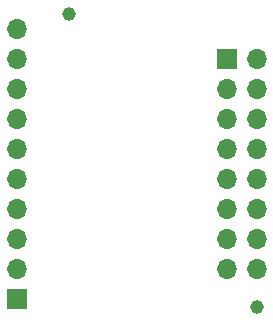
<source format=gbr>
%TF.GenerationSoftware,KiCad,Pcbnew,(6.0.9)*%
%TF.CreationDate,2022-12-02T16:15:21-08:00*%
%TF.ProjectId,Byte4066,42797465-3430-4363-962e-6b696361645f,rev?*%
%TF.SameCoordinates,Original*%
%TF.FileFunction,Soldermask,Bot*%
%TF.FilePolarity,Negative*%
%FSLAX46Y46*%
G04 Gerber Fmt 4.6, Leading zero omitted, Abs format (unit mm)*
G04 Created by KiCad (PCBNEW (6.0.9)) date 2022-12-02 16:15:21*
%MOMM*%
%LPD*%
G01*
G04 APERTURE LIST*
%ADD10C,1.152000*%
%ADD11R,1.700000X1.700000*%
%ADD12O,1.700000X1.700000*%
G04 APERTURE END LIST*
D10*
%TO.C,REF\u002A\u002A*%
X154940000Y-112395000D03*
%TD*%
%TO.C,REF\u002A\u002A*%
X139065000Y-87630000D03*
%TD*%
D11*
%TO.C,J2*%
X152400000Y-91440000D03*
D12*
X154940000Y-91440000D03*
X152400000Y-93980000D03*
X154940000Y-93980000D03*
X152400000Y-96520000D03*
X154940000Y-96520000D03*
X152400000Y-99060000D03*
X154940000Y-99060000D03*
X152400000Y-101600000D03*
X154940000Y-101600000D03*
X152400000Y-104140000D03*
X154940000Y-104140000D03*
X152400000Y-106680000D03*
X154940000Y-106680000D03*
X152400000Y-109220000D03*
X154940000Y-109220000D03*
%TD*%
D11*
%TO.C,J1*%
X134595000Y-111760000D03*
D12*
X134595000Y-109220000D03*
X134595000Y-106680000D03*
X134595000Y-104140000D03*
X134595000Y-101600000D03*
X134595000Y-99060000D03*
X134595000Y-96520000D03*
X134595000Y-93980000D03*
X134595000Y-91440000D03*
X134595000Y-88900000D03*
%TD*%
M02*

</source>
